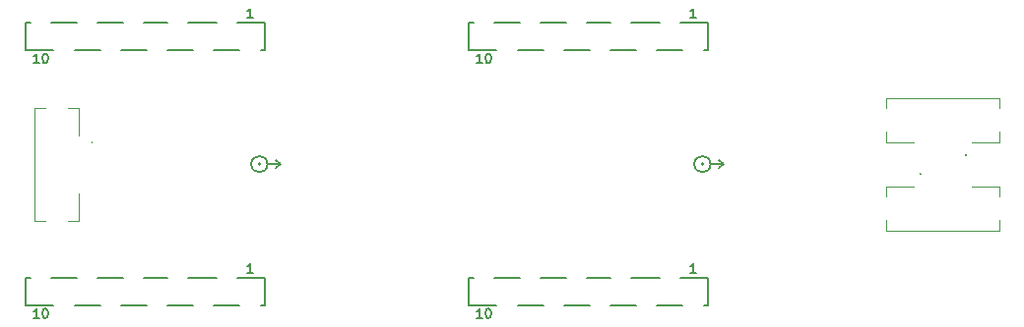
<source format=gto>
%TF.GenerationSoftware,KiCad,Pcbnew,(5.1.9)-1*%
%TF.CreationDate,2021-03-01T18:45:07-05:00*%
%TF.ProjectId,multicntr_filled,6d756c74-6963-46e7-9472-5f66696c6c65,A*%
%TF.SameCoordinates,Original*%
%TF.FileFunction,Legend,Top*%
%TF.FilePolarity,Positive*%
%FSLAX46Y46*%
G04 Gerber Fmt 4.6, Leading zero omitted, Abs format (unit mm)*
G04 Created by KiCad (PCBNEW (5.1.9)-1) date 2021-03-01 18:45:07*
%MOMM*%
%LPD*%
G01*
G04 APERTURE LIST*
%ADD10C,0.100000*%
%ADD11C,0.150000*%
%ADD12C,0.200000*%
G04 APERTURE END LIST*
D10*
%TO.C,J1*%
X134381000Y-95100920D02*
X134381000Y-95100920D01*
X134381000Y-95000920D02*
X134381000Y-95000920D01*
X133281000Y-101850920D02*
X132381000Y-101850920D01*
X133281000Y-99500920D02*
X133281000Y-101850920D01*
X133281000Y-92150920D02*
X133281000Y-94500920D01*
X132381000Y-92150920D02*
X133281000Y-92150920D01*
X129481000Y-101850920D02*
X130381000Y-101850920D01*
X129481000Y-92150920D02*
X129481000Y-101850920D01*
X130381000Y-92150920D02*
X129481000Y-92150920D01*
X134381000Y-95000920D02*
G75*
G02*
X134381000Y-95100920I0J-50000D01*
G01*
X134381000Y-95100920D02*
G75*
G02*
X134381000Y-95000920I0J50000D01*
G01*
%TO.C,J3*%
X205681000Y-97810920D02*
X205681000Y-97810920D01*
X205581000Y-97810920D02*
X205581000Y-97810920D01*
X212431000Y-98910920D02*
X212431000Y-99810920D01*
X210081000Y-98910920D02*
X212431000Y-98910920D01*
X202731000Y-98910920D02*
X205081000Y-98910920D01*
X202731000Y-99810920D02*
X202731000Y-98910920D01*
X212431000Y-102710920D02*
X212431000Y-101810920D01*
X202731000Y-102710920D02*
X212431000Y-102710920D01*
X202731000Y-101810920D02*
X202731000Y-102710920D01*
X205581000Y-97810920D02*
G75*
G02*
X205681000Y-97810920I50000J0D01*
G01*
X205681000Y-97810920D02*
G75*
G02*
X205581000Y-97810920I-50000J0D01*
G01*
%TO.C,J4*%
X209481000Y-96190920D02*
X209481000Y-96190920D01*
X209581000Y-96190920D02*
X209581000Y-96190920D01*
X202731000Y-95090920D02*
X202731000Y-94190920D01*
X205081000Y-95090920D02*
X202731000Y-95090920D01*
X212431000Y-95090920D02*
X210081000Y-95090920D01*
X212431000Y-94190920D02*
X212431000Y-95090920D01*
X202731000Y-91290920D02*
X202731000Y-92190920D01*
X212431000Y-91290920D02*
X202731000Y-91290920D01*
X212431000Y-92190920D02*
X212431000Y-91290920D01*
X209581000Y-96190920D02*
G75*
G02*
X209481000Y-96190920I-50000J0D01*
G01*
X209481000Y-96190920D02*
G75*
G02*
X209581000Y-96190920I50000J0D01*
G01*
D11*
%TO.C,EXP_ORIENTATION*%
X188701000Y-97000920D02*
X188301000Y-97350920D01*
X188701000Y-97000920D02*
X188301000Y-96650920D01*
X187601000Y-97000920D02*
X188701000Y-97000920D01*
X187601446Y-97000920D02*
G75*
G03*
X187601446Y-97000920I-700446J0D01*
G01*
X186980057Y-97000920D02*
G75*
G03*
X186980057Y-97000920I-79057J0D01*
G01*
D12*
%TO.C,P2*%
X169201000Y-109200920D02*
X166801000Y-109200920D01*
X166801000Y-109200920D02*
X166801000Y-106800920D01*
X166801000Y-106800920D02*
X167201000Y-106800920D01*
X173201000Y-109200920D02*
X171001000Y-109200920D01*
X177201000Y-109200920D02*
X175001000Y-109200920D01*
X171201000Y-106800920D02*
X169001000Y-106800920D01*
X175201000Y-106800920D02*
X173001000Y-106800920D01*
X179001000Y-106800920D02*
X177001000Y-106800920D01*
X181201000Y-109200920D02*
X179001000Y-109200920D01*
X183201000Y-106800920D02*
X180801000Y-106800920D01*
X185201000Y-109200920D02*
X183001000Y-109200920D01*
X187401000Y-109200920D02*
X187001000Y-109200920D01*
X187401000Y-109200920D02*
X187401000Y-106800920D01*
X187401000Y-106800920D02*
X185001000Y-106800920D01*
%TO.C,P1*%
X169201000Y-87200920D02*
X166801000Y-87200920D01*
X166801000Y-87200920D02*
X166801000Y-84800920D01*
X166801000Y-84800920D02*
X167201000Y-84800920D01*
X173201000Y-87200920D02*
X171001000Y-87200920D01*
X177201000Y-87200920D02*
X175001000Y-87200920D01*
X171201000Y-84800920D02*
X169001000Y-84800920D01*
X175201000Y-84800920D02*
X173001000Y-84800920D01*
X179001000Y-84800920D02*
X177001000Y-84800920D01*
X181201000Y-87200920D02*
X179001000Y-87200920D01*
X183201000Y-84800920D02*
X180801000Y-84800920D01*
X185201000Y-87200920D02*
X183001000Y-87200920D01*
X187401000Y-87200920D02*
X187001000Y-87200920D01*
X187401000Y-87200920D02*
X187401000Y-84800920D01*
X187401000Y-84800920D02*
X185001000Y-84800920D01*
D11*
%TO.C,EXP_ORIENTATION*%
X150601000Y-97000920D02*
X150201000Y-97350920D01*
X150601000Y-97000920D02*
X150201000Y-96650920D01*
X149501000Y-97000920D02*
X150601000Y-97000920D01*
X149501446Y-97000920D02*
G75*
G03*
X149501446Y-97000920I-700446J0D01*
G01*
X148880057Y-97000920D02*
G75*
G03*
X148880057Y-97000920I-79057J0D01*
G01*
D12*
%TO.C,P1*%
X131101000Y-87200920D02*
X128701000Y-87200920D01*
X128701000Y-87200920D02*
X128701000Y-84800920D01*
X128701000Y-84800920D02*
X129101000Y-84800920D01*
X135101000Y-87200920D02*
X132901000Y-87200920D01*
X139101000Y-87200920D02*
X136901000Y-87200920D01*
X133101000Y-84800920D02*
X130901000Y-84800920D01*
X137101000Y-84800920D02*
X134901000Y-84800920D01*
X140901000Y-84800920D02*
X138901000Y-84800920D01*
X143101000Y-87200920D02*
X140901000Y-87200920D01*
X145101000Y-84800920D02*
X142701000Y-84800920D01*
X147101000Y-87200920D02*
X144901000Y-87200920D01*
X149301000Y-87200920D02*
X148901000Y-87200920D01*
X149301000Y-87200920D02*
X149301000Y-84800920D01*
X149301000Y-84800920D02*
X146901000Y-84800920D01*
%TO.C,P2*%
X131101000Y-109200920D02*
X128701000Y-109200920D01*
X128701000Y-109200920D02*
X128701000Y-106800920D01*
X128701000Y-106800920D02*
X129101000Y-106800920D01*
X135101000Y-109200920D02*
X132901000Y-109200920D01*
X139101000Y-109200920D02*
X136901000Y-109200920D01*
X133101000Y-106800920D02*
X130901000Y-106800920D01*
X137101000Y-106800920D02*
X134901000Y-106800920D01*
X140901000Y-106800920D02*
X138901000Y-106800920D01*
X143101000Y-109200920D02*
X140901000Y-109200920D01*
X145101000Y-106800920D02*
X142701000Y-106800920D01*
X147101000Y-109200920D02*
X144901000Y-109200920D01*
X149301000Y-109200920D02*
X148901000Y-109200920D01*
X149301000Y-109200920D02*
X149301000Y-106800920D01*
X149301000Y-106800920D02*
X146901000Y-106800920D01*
X186329571Y-106362824D02*
X185872428Y-106362824D01*
X186101000Y-106362824D02*
X186101000Y-105562824D01*
X186024809Y-105677110D01*
X185948619Y-105753300D01*
X185872428Y-105791396D01*
X167948619Y-110262824D02*
X167491476Y-110262824D01*
X167720047Y-110262824D02*
X167720047Y-109462824D01*
X167643857Y-109577110D01*
X167567666Y-109653300D01*
X167491476Y-109691396D01*
X168443857Y-109462824D02*
X168520047Y-109462824D01*
X168596238Y-109500920D01*
X168634333Y-109539015D01*
X168672428Y-109615205D01*
X168710523Y-109767586D01*
X168710523Y-109958062D01*
X168672428Y-110110443D01*
X168634333Y-110186634D01*
X168596238Y-110224729D01*
X168520047Y-110262824D01*
X168443857Y-110262824D01*
X168367666Y-110224729D01*
X168329571Y-110186634D01*
X168291476Y-110110443D01*
X168253380Y-109958062D01*
X168253380Y-109767586D01*
X168291476Y-109615205D01*
X168329571Y-109539015D01*
X168367666Y-109500920D01*
X168443857Y-109462824D01*
%TO.C,P1*%
X186329571Y-84362824D02*
X185872428Y-84362824D01*
X186101000Y-84362824D02*
X186101000Y-83562824D01*
X186024809Y-83677110D01*
X185948619Y-83753300D01*
X185872428Y-83791396D01*
X167948619Y-88262824D02*
X167491476Y-88262824D01*
X167720047Y-88262824D02*
X167720047Y-87462824D01*
X167643857Y-87577110D01*
X167567666Y-87653300D01*
X167491476Y-87691396D01*
X168443857Y-87462824D02*
X168520047Y-87462824D01*
X168596238Y-87500920D01*
X168634333Y-87539015D01*
X168672428Y-87615205D01*
X168710523Y-87767586D01*
X168710523Y-87958062D01*
X168672428Y-88110443D01*
X168634333Y-88186634D01*
X168596238Y-88224729D01*
X168520047Y-88262824D01*
X168443857Y-88262824D01*
X168367666Y-88224729D01*
X168329571Y-88186634D01*
X168291476Y-88110443D01*
X168253380Y-87958062D01*
X168253380Y-87767586D01*
X168291476Y-87615205D01*
X168329571Y-87539015D01*
X168367666Y-87500920D01*
X168443857Y-87462824D01*
X129848619Y-88262824D02*
X129391476Y-88262824D01*
X129620047Y-88262824D02*
X129620047Y-87462824D01*
X129543857Y-87577110D01*
X129467666Y-87653300D01*
X129391476Y-87691396D01*
X130343857Y-87462824D02*
X130420047Y-87462824D01*
X130496238Y-87500920D01*
X130534333Y-87539015D01*
X130572428Y-87615205D01*
X130610523Y-87767586D01*
X130610523Y-87958062D01*
X130572428Y-88110443D01*
X130534333Y-88186634D01*
X130496238Y-88224729D01*
X130420047Y-88262824D01*
X130343857Y-88262824D01*
X130267666Y-88224729D01*
X130229571Y-88186634D01*
X130191476Y-88110443D01*
X130153380Y-87958062D01*
X130153380Y-87767586D01*
X130191476Y-87615205D01*
X130229571Y-87539015D01*
X130267666Y-87500920D01*
X130343857Y-87462824D01*
X148229571Y-84362824D02*
X147772428Y-84362824D01*
X148001000Y-84362824D02*
X148001000Y-83562824D01*
X147924809Y-83677110D01*
X147848619Y-83753300D01*
X147772428Y-83791396D01*
%TO.C,P2*%
X129848619Y-110262824D02*
X129391476Y-110262824D01*
X129620047Y-110262824D02*
X129620047Y-109462824D01*
X129543857Y-109577110D01*
X129467666Y-109653300D01*
X129391476Y-109691396D01*
X130343857Y-109462824D02*
X130420047Y-109462824D01*
X130496238Y-109500920D01*
X130534333Y-109539015D01*
X130572428Y-109615205D01*
X130610523Y-109767586D01*
X130610523Y-109958062D01*
X130572428Y-110110443D01*
X130534333Y-110186634D01*
X130496238Y-110224729D01*
X130420047Y-110262824D01*
X130343857Y-110262824D01*
X130267666Y-110224729D01*
X130229571Y-110186634D01*
X130191476Y-110110443D01*
X130153380Y-109958062D01*
X130153380Y-109767586D01*
X130191476Y-109615205D01*
X130229571Y-109539015D01*
X130267666Y-109500920D01*
X130343857Y-109462824D01*
X148229571Y-106362824D02*
X147772428Y-106362824D01*
X148001000Y-106362824D02*
X148001000Y-105562824D01*
X147924809Y-105677110D01*
X147848619Y-105753300D01*
X147772428Y-105791396D01*
%TD*%
M02*

</source>
